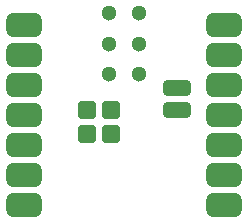
<source format=gbr>
%TF.GenerationSoftware,KiCad,Pcbnew,9.0.6*%
%TF.CreationDate,2025-12-24T13:36:19+01:00*%
%TF.ProjectId,Macropad,4d616372-6f70-4616-942e-6b696361645f,rev?*%
%TF.SameCoordinates,Original*%
%TF.FileFunction,Paste,Bot*%
%TF.FilePolarity,Positive*%
%FSLAX46Y46*%
G04 Gerber Fmt 4.6, Leading zero omitted, Abs format (unit mm)*
G04 Created by KiCad (PCBNEW 9.0.6) date 2025-12-24 13:36:19*
%MOMM*%
%LPD*%
G01*
G04 APERTURE LIST*
G04 Aperture macros list*
%AMRoundRect*
0 Rectangle with rounded corners*
0 $1 Rounding radius*
0 $2 $3 $4 $5 $6 $7 $8 $9 X,Y pos of 4 corners*
0 Add a 4 corners polygon primitive as box body*
4,1,4,$2,$3,$4,$5,$6,$7,$8,$9,$2,$3,0*
0 Add four circle primitives for the rounded corners*
1,1,$1+$1,$2,$3*
1,1,$1+$1,$4,$5*
1,1,$1+$1,$6,$7*
1,1,$1+$1,$8,$9*
0 Add four rect primitives between the rounded corners*
20,1,$1+$1,$2,$3,$4,$5,0*
20,1,$1+$1,$4,$5,$6,$7,0*
20,1,$1+$1,$6,$7,$8,$9,0*
20,1,$1+$1,$8,$9,$2,$3,0*%
G04 Aperture macros list end*
%ADD10RoundRect,0.250000X0.500000X0.500000X-0.500000X0.500000X-0.500000X-0.500000X0.500000X-0.500000X0*%
%ADD11RoundRect,0.500000X1.000000X0.500000X-1.000000X0.500000X-1.000000X-0.500000X1.000000X-0.500000X0*%
%ADD12RoundRect,0.250000X0.900000X0.400000X-0.900000X0.400000X-0.900000X-0.400000X0.900000X-0.400000X0*%
%ADD13C,1.300000*%
G04 APERTURE END LIST*
D10*
%TO.C,U1*%
X162181250Y-68275000D03*
X162181250Y-66275000D03*
X160181250Y-68275000D03*
X160181250Y-66275000D03*
D11*
X171781250Y-59055000D03*
X171781250Y-61595000D03*
X171781250Y-64135000D03*
X171781250Y-66675000D03*
X171781250Y-69215000D03*
X171781250Y-71755000D03*
X171781250Y-74295000D03*
X154781250Y-74295000D03*
X154781250Y-71755000D03*
X154781250Y-69215000D03*
X154781250Y-66675000D03*
X154781250Y-64135000D03*
X154781250Y-61595000D03*
X154781250Y-59055000D03*
D12*
X167781250Y-66275000D03*
X167781250Y-64375000D03*
D13*
X164551250Y-58055000D03*
X164551250Y-60635000D03*
X164551250Y-63175000D03*
X162011250Y-63175000D03*
X162011250Y-60635000D03*
X162011250Y-58055000D03*
%TD*%
M02*

</source>
